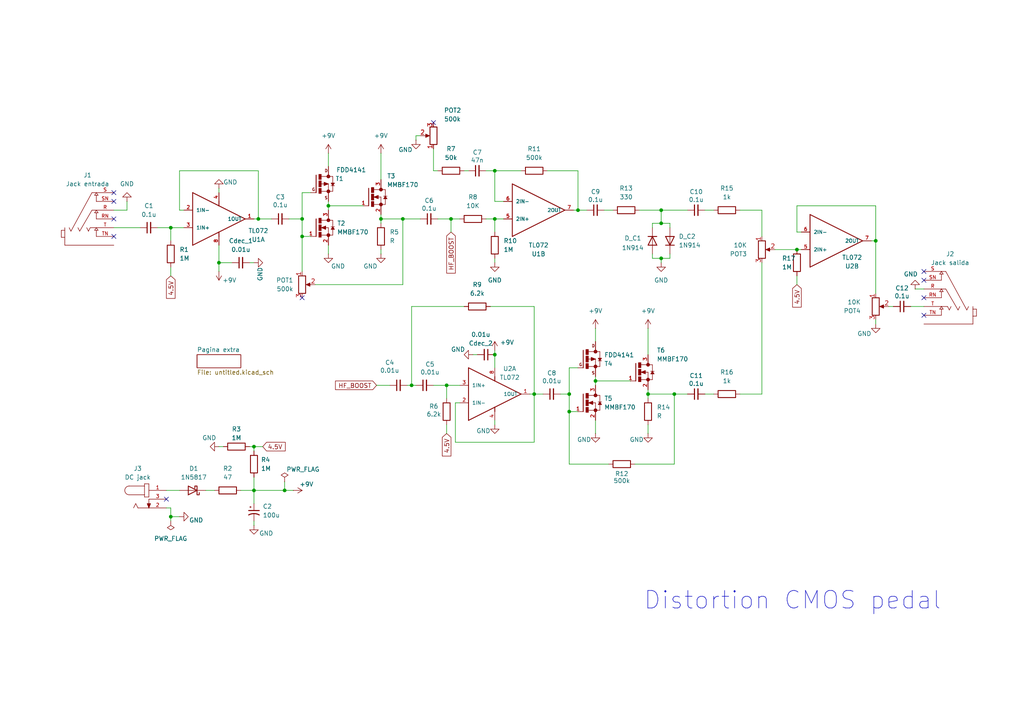
<source format=kicad_sch>
(kicad_sch (version 20231120) (generator "eeschema") (generator_version "8.0")
  (paper "A4")
  (lib_symbols
    (symbol "DCJ200-10-A-XX-K_REVA:DCJ200-10-A-XX-K_REVA" (pin_names (offset 1.016))
      (property "Reference" "J" (at -7.6272 5.0848 0))
      (property "Value" "DCJ200-10-A-XX-K_REVA" (at -7.6313 -5.0875 0))
      (symbol "DCJ200-10-A-XX-K_REVA_0_0"
        (pin passive line (at 5.08 2.54 180) (length 5.08) (name "~") (number "1"))
        (pin passive line (at 5.08 -2.54 180) (length 5.08) (name "~") (number "2"))
        (pin passive line (at 5.08 0 180) (length 5.08) (name "~") (number "3"))
      )
    )
    (symbol "Device:C_Polarized_Small_US" (pin_numbers hide) (pin_names (offset 0.254) hide)
      (property "Reference" "C" (at 0.254 1.778 0))
      (property "Value" "C_Polarized_Small_US" (at 0.254 -2.032 0))
      (symbol "C_Polarized_Small_US_1_1"
        (pin passive line (at 0 2.54 270) (length 2.032) (name "~") (number "1"))
        (pin passive line (at 0 -2.54 90) (length 2.032) (name "~") (number "2"))
      )
    )
    (symbol "Device:C_Small" (pin_numbers hide) (pin_names (offset 0.254) hide)
      (property "Reference" "C" (at 0.254 1.778 0))
      (property "Value" "C_Small" (at 0.254 -2.032 0))
      (symbol "C_Small_1_1"
        (pin passive line (at 0 2.54 270) (length 2.032) (name "~") (number "1"))
        (pin passive line (at 0 -2.54 90) (length 2.032) (name "~") (number "2"))
      )
    )
    (symbol "Device:R" (pin_numbers hide) (pin_names (offset 0))
      (property "Reference" "R" (at 2.032 0 90))
      (property "Value" "R" (at 0 0 90))
      (symbol "R_1_1"
        (pin passive line (at 0 3.81 270) (length 1.27) (name "~") (number "1"))
        (pin passive line (at 0 -3.81 90) (length 1.27) (name "~") (number "2"))
      )
    )
    (symbol "Device:R_Potentiometer" (pin_names (offset 1.016) hide)
      (property "Reference" "RV" (at -4.445 0 90))
      (property "Value" "R_Potentiometer" (at -2.54 0 90))
      (symbol "R_Potentiometer_1_1"
        (pin passive line (at 0 3.81 270) (length 1.27) (name "1") (number "1"))
        (pin passive line (at 3.81 0 180) (length 1.27) (name "2") (number "2"))
        (pin passive line (at 0 -3.81 90) (length 1.27) (name "3") (number "3"))
      )
    )
    (symbol "Diode:1N5817" (pin_numbers hide) (pin_names (offset 1.016) hide)
      (property "Reference" "D" (at 0 2.54 0))
      (property "Value" "1N5817" (at 0 -2.54 0))
      (symbol "1N5817_1_1"
        (pin passive line (at -3.81 0 0) (length 2.54) (name "K") (number "1"))
        (pin passive line (at 3.81 0 180) (length 2.54) (name "A") (number "2"))
      )
    )
    (symbol "Diode:1N914" (pin_numbers hide) (pin_names hide)
      (property "Reference" "D" (at 0 2.54 0))
      (property "Value" "1N914" (at 0 -2.54 0))
      (symbol "1N914_1_1"
        (pin passive line (at -3.81 0 0) (length 2.54) (name "K") (number "1"))
        (pin passive line (at 3.81 0 180) (length 2.54) (name "A") (number "2"))
      )
    )
    (symbol "FDD4141:FDD4141" (pin_numbers hide) (pin_names (offset 1.016))
      (property "Reference" "T" (at 6.35 2.54 0))
      (property "Value" "FDD4141" (at 6.35 0 0))
      (symbol "FDD4141_0_0"
        (text "D" (at 1.397 -4.318 0) (effects (font (size 0.8128 0.8128)) (justify left bottom)))
        (text "G" (at -2.286 1.143 0) (effects (font (size 0.8128 0.8128)) (justify left bottom)))
        (text "S" (at 1.397 3.556 0) (effects (font (size 0.8128 0.8128)) (justify left bottom)))
        (pin passive line (at -2.54 2.54 0) (length 0) (name "~") (number "1"))
        (pin passive line (at 2.54 -5.08 90) (length 2.54) (name "~") (number "2"))
        (pin passive line (at 2.54 5.08 270) (length 2.54) (name "~") (number "3"))
      )
    )
    (symbol "FDD4141_1" (pin_numbers hide) (pin_names (offset 1.016))
      (property "Reference" "T" (at 6.35 2.54 0))
      (property "Value" "FDD4141" (at 6.35 0 0))
      (symbol "FDD4141_1_0_0"
        (text "D" (at 1.397 -4.318 0) (effects (font (size 0.8128 0.8128)) (justify left bottom)))
        (text "G" (at -2.286 1.143 0) (effects (font (size 0.8128 0.8128)) (justify left bottom)))
        (text "S" (at 1.397 3.556 0) (effects (font (size 0.8128 0.8128)) (justify left bottom)))
        (pin passive line (at -2.54 2.54 0) (length 0) (name "~") (number "1"))
        (pin passive line (at 2.54 -5.08 90) (length 2.54) (name "~") (number "2"))
        (pin passive line (at 2.54 5.08 270) (length 2.54) (name "~") (number "3"))
      )
    )
    (symbol "MMBF170:MMBF170" (pin_names (offset 1.016))
      (property "Reference" "T" (at 2.54 0 0))
      (property "Value" "MMBF170" (at 2.54 2.54 0))
      (symbol "MMBF170_0_0"
        (pin passive line (at -5.08 -2.54 0) (length 0) (name "~") (number "1"))
        (pin passive line (at 0 -5.08 90) (length 2.54) (name "~") (number "2"))
        (pin passive line (at 0 5.08 270) (length 2.54) (name "~") (number "3"))
      )
    )
    (symbol "NMJ6HFD2-AU:NMJ6HFD2-AU" (pin_names (offset 1.016))
      (property "Reference" "J" (at -4.8296 9.6559 0))
      (property "Value" "NMJ6HFD2-AU" (at -5.0898 -11.1907 0))
      (symbol "NMJ6HFD2-AU_0_0"
        (pin passive line (at 7.62 2.54 180) (length 5.08) (name "~") (number "R"))
        (pin passive line (at 7.62 0 180) (length 5.08) (name "~") (number "RN"))
        (pin passive line (at 7.62 7.62 180) (length 5.08) (name "~") (number "S"))
        (pin passive line (at 7.62 5.08 180) (length 5.08) (name "~") (number "SN"))
        (pin passive line (at 7.62 -2.54 180) (length 5.08) (name "~") (number "T"))
        (pin passive line (at 7.62 -5.08 180) (length 5.08) (name "~") (number "TN"))
      )
    )
    (symbol "TL072:TL072" (pin_names (offset 1.016))
      (property "Reference" "U" (at 5.0832 6.3566 0))
      (property "Value" "TL072" (at 5.0822 -7.6245 0))
      (symbol "TL072_1_0"
        (pin output line (at 12.7 0 180) (length 2.54) (name "1OUT") (number "1"))
        (pin input line (at -7.62 -2.54 0) (length 2.54) (name "1IN-") (number "2"))
        (pin input line (at -7.62 2.54 0) (length 2.54) (name "1IN+") (number "3"))
        (pin power_in line (at 2.54 -7.62 90) (length 2.54) (name "~") (number "4"))
        (pin power_in line (at 2.54 7.62 270) (length 2.54) (name "~") (number "8"))
      )
      (symbol "TL072_2_0"
        (pin input line (at -7.62 2.54 0) (length 2.54) (name "2IN+") (number "5"))
        (pin input line (at -7.62 -2.54 0) (length 2.54) (name "2IN-") (number "6"))
        (pin output line (at 12.7 0 180) (length 2.54) (name "2OUT") (number "7"))
      )
    )
    (symbol "power:+9V" (power) (pin_numbers hide) (pin_names (offset 0) hide)
      (property "Value" "+9V" (at 0 3.556 0))
      (symbol "+9V_1_1"
        (pin power_in line (at 0 0 90) (length 0) (name "~") (number "1"))
      )
    )
    (symbol "power:GND" (power) (pin_numbers hide) (pin_names (offset 0) hide)
      (property "Value" "GND" (at 0 -3.81 0))
      (symbol "GND_1_1"
        (pin power_in line (at 0 0 270) (length 0) (name "~") (number "1"))
      )
    )
    (symbol "power:PWR_FLAG" (power) (pin_numbers hide) (pin_names (offset 0) hide)
      (property "Value" "PWR_FLAG" (at 0 3.81 0))
      (symbol "PWR_FLAG_0_0"
        (pin power_out line (at 0 0 90) (length 0) (name "~") (number "1"))
      )
    )
  )
  (junction (at 130.81 63.5))
  (junction (at 143.51 49.53))
  (junction (at 110.49 63.5))
  (junction (at 195.58 114.3))
  (junction (at 73.66 142.24))
  (junction (at 143.51 102.87))
  (junction (at 167.64 60.96))
  (junction (at 172.72 110.49))
  (junction (at 74.93 63.5))
  (junction (at 191.77 64.77))
  (junction (at 95.25 59.69))
  (junction (at 187.96 114.3))
  (junction (at 87.63 63.5))
  (junction (at 119.38 111.76))
  (junction (at 49.53 149.86))
  (junction (at 154.94 114.3))
  (junction (at 82.55 142.24))
  (junction (at 73.66 129.54))
  (junction (at 165.1 119.38))
  (junction (at 254 69.85))
  (junction (at 116.84 63.5))
  (junction (at 231.14 72.39))
  (junction (at 165.1 114.3))
  (junction (at 49.53 66.04))
  (junction (at 63.5 76.2))
  (junction (at 87.63 68.58))
  (junction (at 191.77 60.96))
  (junction (at 143.51 63.5))
  (junction (at 191.77 74.93))
  (junction (at 129.54 111.76))
  (no_connect (at 48.26 144.78))
  (no_connect (at 33.02 58.42))
  (no_connect (at 267.97 78.74))
  (no_connect (at 267.97 81.28))
  (no_connect (at 33.02 63.5))
  (no_connect (at 125.73 35.56))
  (no_connect (at 33.02 55.88))
  (no_connect (at 87.63 86.36))
  (no_connect (at 33.02 68.58))
  (no_connect (at 267.97 91.44))
  (no_connect (at 267.97 86.36))
  (wire (pts (xy 130.81 63.5) (xy 133.35 63.5)))
  (wire (pts (xy 127 63.5) (xy 130.81 63.5)))
  (wire (pts (xy 191.77 60.96) (xy 199.39 60.96)))
  (wire (pts (xy 220.98 76.2) (xy 220.98 114.3)))
  (wire (pts (xy 154.94 114.3) (xy 153.67 114.3)))
  (wire (pts (xy 134.62 49.53) (xy 135.89 49.53)))
  (wire (pts (xy 185.42 60.96) (xy 191.77 60.96)))
  (wire (pts (xy 143.51 101.6) (xy 143.51 102.87)))
  (wire (pts (xy 224.79 72.39) (xy 231.14 72.39)))
  (wire (pts (xy 166.37 60.96) (xy 167.64 60.96)))
  (wire (pts (xy 119.38 88.9) (xy 134.62 88.9)))
  (wire (pts (xy 87.63 63.5) (xy 87.63 68.58)))
  (wire (pts (xy 143.51 102.87) (xy 143.51 106.68)))
  (wire (pts (xy 137.16 102.87) (xy 138.43 102.87)))
  (wire (pts (xy 48.26 147.32) (xy 49.53 147.32)))
  (wire (pts (xy 172.72 121.92) (xy 172.72 125.73)))
  (wire (pts (xy 204.47 60.96) (xy 207.01 60.96)))
  (wire (pts (xy 129.54 123.19) (xy 129.54 125.73)))
  (wire (pts (xy 119.38 111.76) (xy 119.38 88.9)))
  (wire (pts (xy 191.77 74.93) (xy 191.77 76.2)))
  (wire (pts (xy 49.53 77.47) (xy 49.53 80.01)))
  (wire (pts (xy 49.53 66.04) (xy 53.34 66.04)))
  (wire (pts (xy 110.49 44.45) (xy 110.49 52.07)))
  (wire (pts (xy 110.49 72.39) (xy 110.49 73.66)))
  (wire (pts (xy 162.56 114.3) (xy 165.1 114.3)))
  (wire (pts (xy 154.94 88.9) (xy 154.94 114.3)))
  (wire (pts (xy 143.51 49.53) (xy 151.13 49.53)))
  (wire (pts (xy 132.08 128.27) (xy 132.08 116.84)))
  (wire (pts (xy 187.96 123.19) (xy 187.96 125.73)))
  (wire (pts (xy 87.63 78.74) (xy 87.63 68.58)))
  (wire (pts (xy 73.66 146.05) (xy 73.66 142.24)))
  (wire (pts (xy 73.66 142.24) (xy 82.55 142.24)))
  (wire (pts (xy 33.02 66.04) (xy 40.64 66.04)))
  (wire (pts (xy 132.08 116.84) (xy 133.35 116.84)))
  (wire (pts (xy 73.66 151.13) (xy 73.66 152.4)))
  (wire (pts (xy 214.63 114.3) (xy 220.98 114.3)))
  (wire (pts (xy 48.26 142.24) (xy 52.07 142.24)))
  (wire (pts (xy 87.63 68.58) (xy 90.17 68.58)))
  (wire (pts (xy 146.05 58.42) (xy 143.51 58.42)))
  (wire (pts (xy 49.53 149.86) (xy 52.07 149.86)))
  (wire (pts (xy 73.66 129.54) (xy 73.66 130.81)))
  (wire (pts (xy 143.51 63.5) (xy 143.51 67.31)))
  (wire (pts (xy 87.63 55.88) (xy 87.63 63.5)))
  (wire (pts (xy 195.58 114.3) (xy 199.39 114.3)))
  (wire (pts (xy 73.66 138.43) (xy 73.66 142.24)))
  (wire (pts (xy 95.25 59.69) (xy 95.25 60.96)))
  (wire (pts (xy 143.51 74.93) (xy 143.51 76.2)))
  (wire (pts (xy 142.24 88.9) (xy 154.94 88.9)))
  (wire (pts (xy 167.64 60.96) (xy 170.18 60.96)))
  (wire (pts (xy 195.58 134.62) (xy 184.15 134.62)))
  (wire (pts (xy 154.94 114.3) (xy 157.48 114.3)))
  (wire (pts (xy 83.82 63.5) (xy 87.63 63.5)))
  (wire (pts (xy 143.51 121.92) (xy 143.51 123.19)))
  (wire (pts (xy 110.49 63.5) (xy 110.49 64.77)))
  (wire (pts (xy 63.5 76.2) (xy 63.5 78.74)))
  (wire (pts (xy 52.07 49.53) (xy 52.07 60.96)))
  (wire (pts (xy 125.73 111.76) (xy 129.54 111.76)))
  (wire (pts (xy 257.81 88.9) (xy 259.08 88.9)))
  (wire (pts (xy 187.96 114.3) (xy 187.96 115.57)))
  (wire (pts (xy 74.93 49.53) (xy 74.93 63.5)))
  (wire (pts (xy 172.72 109.22) (xy 172.72 110.49)))
  (wire (pts (xy 67.31 76.2) (xy 63.5 76.2)))
  (wire (pts (xy 165.1 106.68) (xy 165.1 114.3)))
  (wire (pts (xy 49.53 66.04) (xy 49.53 69.85)))
  (wire (pts (xy 95.25 44.45) (xy 95.25 48.26)))
  (wire (pts (xy 231.14 59.69) (xy 254 59.69)))
  (wire (pts (xy 187.96 113.03) (xy 187.96 114.3)))
  (wire (pts (xy 69.85 142.24) (xy 73.66 142.24)))
  (wire (pts (xy 264.16 88.9) (xy 267.97 88.9)))
  (wire (pts (xy 82.55 139.7) (xy 82.55 142.24)))
  (wire (pts (xy 220.98 60.96) (xy 220.98 68.58)))
  (wire (pts (xy 191.77 60.96) (xy 191.77 64.77)))
  (wire (pts (xy 189.23 73.66) (xy 189.23 74.93)))
  (wire (pts (xy 36.83 58.42) (xy 36.83 60.96)))
  (wire (pts (xy 167.64 106.68) (xy 165.1 106.68)))
  (wire (pts (xy 119.38 111.76) (xy 120.65 111.76)))
  (wire (pts (xy 110.49 63.5) (xy 116.84 63.5)))
  (wire (pts (xy 73.66 129.54) (xy 76.2 129.54)))
  (wire (pts (xy 254 59.69) (xy 254 69.85)))
  (wire (pts (xy 140.97 49.53) (xy 143.51 49.53)))
  (wire (pts (xy 194.31 73.66) (xy 194.31 74.93)))
  (wire (pts (xy 95.25 59.69) (xy 105.41 59.69)))
  (wire (pts (xy 120.65 39.37) (xy 120.65 40.64)))
  (wire (pts (xy 158.75 49.53) (xy 167.64 49.53)))
  (wire (pts (xy 140.97 63.5) (xy 143.51 63.5)))
  (wire (pts (xy 73.66 63.5) (xy 74.93 63.5)))
  (wire (pts (xy 187.96 114.3) (xy 195.58 114.3)))
  (wire (pts (xy 125.73 49.53) (xy 127 49.53)))
  (wire (pts (xy 254 92.71) (xy 254 93.98)))
  (wire (pts (xy 49.53 151.13) (xy 49.53 149.86)))
  (wire (pts (xy 189.23 74.93) (xy 191.77 74.93)))
  (wire (pts (xy 176.53 134.62) (xy 165.1 134.62)))
  (wire (pts (xy 172.72 110.49) (xy 172.72 111.76)))
  (wire (pts (xy 165.1 114.3) (xy 165.1 119.38)))
  (wire (pts (xy 232.41 67.31) (xy 231.14 67.31)))
  (wire (pts (xy 165.1 119.38) (xy 167.64 119.38)))
  (wire (pts (xy 130.81 63.5) (xy 130.81 67.31)))
  (wire (pts (xy 254 69.85) (xy 252.73 69.85)))
  (wire (pts (xy 63.5 71.12) (xy 63.5 76.2)))
  (wire (pts (xy 72.39 129.54) (xy 73.66 129.54)))
  (wire (pts (xy 33.02 60.96) (xy 36.83 60.96)))
  (wire (pts (xy 95.25 58.42) (xy 95.25 59.69)))
  (wire (pts (xy 63.5 129.54) (xy 64.77 129.54)))
  (wire (pts (xy 118.11 111.76) (xy 119.38 111.76)))
  (wire (pts (xy 82.55 142.24) (xy 85.09 142.24)))
  (wire (pts (xy 45.72 66.04) (xy 49.53 66.04)))
  (wire (pts (xy 231.14 72.39) (xy 232.41 72.39)))
  (wire (pts (xy 132.08 128.27) (xy 154.94 128.27)))
  (wire (pts (xy 129.54 111.76) (xy 129.54 115.57)))
  (wire (pts (xy 191.77 64.77) (xy 194.31 64.77)))
  (wire (pts (xy 116.84 63.5) (xy 121.92 63.5)))
  (wire (pts (xy 129.54 111.76) (xy 133.35 111.76)))
  (wire (pts (xy 63.5 54.61) (xy 63.5 55.88)))
  (wire (pts (xy 231.14 67.31) (xy 231.14 59.69)))
  (wire (pts (xy 165.1 134.62) (xy 165.1 119.38)))
  (wire (pts (xy 265.43 83.82) (xy 267.97 83.82)))
  (wire (pts (xy 91.44 82.55) (xy 116.84 82.55)))
  (wire (pts (xy 59.69 142.24) (xy 62.23 142.24)))
  (wire (pts (xy 231.14 80.01) (xy 231.14 82.55)))
  (wire (pts (xy 204.47 114.3) (xy 207.01 114.3)))
  (wire (pts (xy 95.25 71.12) (xy 95.25 73.66)))
  (wire (pts (xy 87.63 55.88) (xy 90.17 55.88)))
  (wire (pts (xy 120.65 39.37) (xy 121.92 39.37)))
  (wire (pts (xy 116.84 63.5) (xy 116.84 82.55)))
  (wire (pts (xy 52.07 49.53) (xy 74.93 49.53)))
  (wire (pts (xy 110.49 62.23) (xy 110.49 63.5)))
  (wire (pts (xy 187.96 95.25) (xy 187.96 102.87)))
  (wire (pts (xy 167.64 49.53) (xy 167.64 60.96)))
  (wire (pts (xy 143.51 58.42) (xy 143.51 49.53)))
  (wire (pts (xy 73.66 76.2) (xy 72.39 76.2)))
  (wire (pts (xy 154.94 128.27) (xy 154.94 114.3)))
  (wire (pts (xy 175.26 60.96) (xy 177.8 60.96)))
  (wire (pts (xy 143.51 63.5) (xy 146.05 63.5)))
  (wire (pts (xy 189.23 64.77) (xy 191.77 64.77)))
  (wire (pts (xy 254 69.85) (xy 254 85.09)))
  (wire (pts (xy 125.73 49.53) (xy 125.73 43.18)))
  (wire (pts (xy 109.22 111.76) (xy 113.03 111.76)))
  (wire (pts (xy 52.07 60.96) (xy 53.34 60.96)))
  (wire (pts (xy 172.72 95.25) (xy 172.72 99.06)))
  (wire (pts (xy 172.72 110.49) (xy 182.88 110.49)))
  (wire (pts (xy 195.58 114.3) (xy 195.58 134.62)))
  (wire (pts (xy 191.77 74.93) (xy 194.31 74.93)))
  (wire (pts (xy 74.93 63.5) (xy 78.74 63.5)))
  (wire (pts (xy 214.63 60.96) (xy 220.98 60.96)))
  (wire (pts (xy 194.31 64.77) (xy 194.31 66.04)))
  (wire (pts (xy 49.53 149.86) (xy 49.53 147.32)))
  (wire (pts (xy 189.23 66.04) (xy 189.23 64.77)))
  (text "Distortion CMOS pedal" (at 229.87 174.244 0) (effects (font (size 5.08 5.08))))
  (global_label "4.5V" (shape input) (at 76.2 129.54 0) (property "Intersheetrefs" "${INTERSHEET_REFS}" (effects (hide yes))))
  (global_label "HF_BOOST" (shape input) (at 109.22 111.76 180) (property "Intersheetrefs" "${INTERSHEET_REFS}" (effects (hide yes))))
  (global_label "4.5V" (shape input) (at 231.14 82.55 270) (property "Intersheetrefs" "${INTERSHEET_REFS}" (effects (hide yes))))
  (global_label "HF_BOOST" (shape input) (at 130.81 67.31 270) (property "Intersheetrefs" "${INTERSHEET_REFS}" (effects (hide yes))))
  (global_label "4.5V" (shape input) (at 49.53 80.01 270) (property "Intersheetrefs" "${INTERSHEET_REFS}" (effects (hide yes))))
  (global_label "4.5V" (shape input) (at 129.54 125.73 270) (property "Intersheetrefs" "${INTERSHEET_REFS}" (effects (hide yes))))
  (symbol (lib_id "power:GND") (at 265.43 83.82 180) (unit 1)
    (property "Reference" "#PWR022" (effects (hide yes)))
    (property "Value" "GND" (at 264.16 79.502 0))
    (property "Description" "Power symbol creates a global label with name \"GND\" , ground" (effects (hide yes)))
  )
  (symbol (lib_id "TL072:TL072") (at 140.97 114.3 0) (unit 1)
    (property "Reference" "U2" (at 147.828 106.934 0))
    (property "Value" "TL072" (at 147.828 109.474 0))
    (property "Footprint" "TL072:TL072footprint" (effects (hide yes)))
    (property "MF" "Texas Instruments" (effects (hide yes)))
    (property "Description_1" "\nOperational Amplifiers - Op Amps Dual Lo-Noise JFET Input Op Amp\n" (effects (hide yes)))
    (property "Package" "None" (effects (hide yes)))
    (property "Price" "None" (effects (hide yes)))
    (property "STANDARD" "IPC-7351B" (effects (hide yes)))
    (property "PARTREV" "MARCH2005" (effects (hide yes)))
    (property "SnapEDA_Link" "https://www.snapeda.com/parts/TL072/Texas+Instruments/view-part/?ref=snap" (effects (hide yes)))
    (property "MP" "TL072" (effects (hide yes)))
    (property "Availability" "In Stock" (effects (hide yes)))
    (property "Check_prices" "https://www.snapeda.com/parts/TL072/Texas+Instruments/view-part/?ref=eda" (effects (hide yes)))
  )
  (symbol (lib_id "FDD4141:FDD4141") (at 170.18 104.14 0) (mirror x) (unit 1)
    (property "Reference" "T4" (at 175.26 105.4929 0) (effects (justify left)))
    (property "Value" "FDD4141" (at 175.26 102.9529 0) (effects (justify left)))
    (property "Footprint" "FDD4141:TO252-DPAK" (effects (hide yes)))
    (property "STATUS" "OK - LapseBox" (effects (hide yes)))
    (property "MF" "ON Semiconductor" (effects (hide yes)))
    (property "Description_1" "\nP-Channel 40V 10.8A (Ta), 50A (Tc) 2.4W (Ta), 69W (Tc) Surface Mount D-PAK (TO-252AA)\n" (effects (hide yes)))
    (property "Package" "TO-252-3 ON Semiconductor" (effects (hide yes)))
    (property "Price" "None" (effects (hide yes)))
    (property "SnapEDA_Link" "https://www.snapeda.com/parts/FDD4141/Onsemi/view-part/?ref=snap" (effects (hide yes)))
    (property "MP" "FDD4141" (effects (hide yes)))
    (property "Purchase-URL" "https://www.snapeda.com/api/url_track_click_mouser/?unipart_id=308664&manufacturer=ON Semiconductor&part_name=FDD4141&search_term=fdd4141" (effects (hide yes)))
    (property "ERECA" "3059" (effects (hide yes)))
    (property "Availability" "In Stock" (effects (hide yes)))
    (property "Check_prices" "https://www.snapeda.com/parts/FDD4141/Onsemi/view-part/?ref=eda" (effects (hide yes)))
  )
  (symbol (lib_id "power:GND") (at 187.96 125.73 0) (unit 1)
    (property "Reference" "#PWR019" (effects (hide yes)))
    (property "Value" "GND" (at 184.658 127.508 0))
    (property "Description" "Power symbol creates a global label with name \"GND\" , ground" (effects (hide yes)))
  )
  (symbol (lib_id "power:GND") (at 73.66 76.2 90) (unit 1)
    (property "Reference" "#PWR023" (effects (hide yes)))
    (property "Value" "GND" (at 75.438 79.502 0))
    (property "Description" "Power symbol creates a global label with name \"GND\" , ground" (effects (hide yes)))
  )
  (symbol (lib_id "power:+9V") (at 172.72 95.25 0) (unit 1)
    (property "Reference" "#PWR016" (effects (hide yes)))
    (property "Value" "+9V" (at 172.72 90.17 0))
    (property "Description" "Power symbol creates a global label with name \"+9V\"" (effects (hide yes)))
  )
  (symbol (lib_id "Device:C_Small") (at 172.72 60.96 90) (unit 1)
    (property "Reference" "C9" (at 172.7263 55.626 90))
    (property "Value" "0.1u" (at 172.72 57.912 90))
    (property "Footprint" "Capacitor_SMD:C_1812_4532Metric_Pad1.57x3.40mm_HandSolder" (effects (hide yes)))
    (property "Description" "Unpolarized capacitor, small symbol" (effects (hide yes)))
  )
  (symbol (lib_id "Device:R") (at 154.94 49.53 90) (unit 1)
    (property "Reference" "R11" (at 154.94 43.18 90))
    (property "Value" "500k" (at 154.94 45.72 90))
    (property "Footprint" "Resistor_SMD:R_2010_5025Metric_Pad1.40x2.65mm_HandSolder" (effects (hide yes)))
    (property "Description" "Resistor" (effects (hide yes)))
  )
  (symbol (lib_id "power:PWR_FLAG") (at 82.55 139.7 0) (unit 1)
    (property "Reference" "#FLG02" (effects (hide yes)))
    (property "Value" "PWR_FLAG" (at 87.884 136.144 0))
    (property "Description" "Special symbol for telling ERC where power comes from" (effects (hide yes)))
  )
  (symbol (lib_id "Device:R") (at 138.43 88.9 270) (unit 1)
    (property "Reference" "R9" (at 138.43 82.55 90))
    (property "Value" "6.2k" (at 138.43 85.09 90))
    (property "Footprint" "Resistor_SMD:R_2010_5025Metric_Pad1.40x2.65mm_HandSolder" (effects (hide yes)))
    (property "Description" "Resistor" (effects (hide yes)))
  )
  (symbol (lib_id "power:GND") (at 254 93.98 0) (unit 1)
    (property "Reference" "#PWR021" (effects (hide yes)))
    (property "Value" "GND" (at 250.698 96.774 0))
    (property "Description" "Power symbol creates a global label with name \"GND\" , ground" (effects (hide yes)))
  )
  (symbol (lib_id "Device:C_Small") (at 201.93 60.96 90) (unit 1)
    (property "Reference" "C10" (at 201.9363 55.626 90))
    (property "Value" "0.1u" (at 201.93 57.912 90))
    (property "Footprint" "Capacitor_SMD:C_1812_4532Metric_Pad1.57x3.40mm_HandSolder" (effects (hide yes)))
    (property "Description" "Unpolarized capacitor, small symbol" (effects (hide yes)))
  )
  (symbol (lib_id "Device:R") (at 130.81 49.53 90) (unit 1)
    (property "Reference" "R7" (at 130.81 43.18 90))
    (property "Value" "50k" (at 130.81 45.72 90))
    (property "Footprint" "Resistor_SMD:R_2010_5025Metric_Pad1.40x2.65mm_HandSolder" (effects (hide yes)))
    (property "Description" "Resistor" (effects (hide yes)))
  )
  (symbol (lib_id "Device:R") (at 68.58 129.54 270) (unit 1)
    (property "Reference" "R3" (at 68.58 124.46 90))
    (property "Value" "1M" (at 68.58 127 90))
    (property "Footprint" "Resistor_SMD:R_2010_5025Metric_Pad1.40x2.65mm_HandSolder" (effects (hide yes)))
    (property "Description" "Resistor" (effects (hide yes)))
  )
  (symbol (lib_id "Device:C_Small") (at 140.97 102.87 270) (unit 1)
    (property "Reference" "Cdec_2" (at 139.446 99.568 90))
    (property "Value" "0.01u" (at 139.446 97.028 90))
    (property "Footprint" "Capacitor_SMD:C_1812_4532Metric_Pad1.57x3.40mm_HandSolder" (effects (hide yes)))
    (property "Description" "Unpolarized capacitor, small symbol" (effects (hide yes)))
  )
  (symbol (lib_id "power:+9V") (at 85.09 142.24 270) (unit 1)
    (property "Reference" "#PWR07" (effects (hide yes)))
    (property "Value" "+9V" (at 88.9 140.462 90))
    (property "Description" "Power symbol creates a global label with name \"+9V\"" (effects (hide yes)))
  )
  (symbol (lib_id "Device:C_Small") (at 115.57 111.76 90) (unit 1)
    (property "Reference" "C4" (at 113.03 105.156 90))
    (property "Value" "0.01u" (at 113.0237 107.442 90))
    (property "Footprint" "Capacitor_SMD:C_1812_4532Metric_Pad1.57x3.40mm_HandSolder" (effects (hide yes)))
    (property "Description" "Unpolarized capacitor, small symbol" (effects (hide yes)))
  )
  (symbol (lib_id "power:PWR_FLAG") (at 49.53 151.13 180) (unit 1)
    (property "Reference" "#FLG01" (effects (hide yes)))
    (property "Value" "PWR_FLAG" (at 49.53 156.21 0))
    (property "Description" "Special symbol for telling ERC where power comes from" (effects (hide yes)))
  )
  (symbol (lib_id "Diode:1N914") (at 189.23 69.85 270) (unit 1)
    (property "Reference" "D_C1" (at 181.102 69.088 90) (effects (justify left)))
    (property "Value" "1N914" (at 180.34 71.882 90) (effects (justify left)))
    (property "Footprint" "Diode_THT:D_DO-35_SOD27_P7.62mm_Horizontal" (effects (hide yes)))
    (property "Datasheet" "http://www.vishay.com/docs/85622/1n914.pdf" (effects (hide yes)))
    (property "Description" "100V 0.3A Small Signal Fast Switching Diode, DO-35" (effects (hide yes)))
    (property "Sim.Device" "D" (effects (hide yes)))
    (property "Sim.Pins" "1=K 2=A" (effects (hide yes)))
  )
  (symbol (lib_id "Device:R") (at 49.53 73.66 180) (unit 1)
    (property "Reference" "R1" (at 52.07 72.3899 0) (effects (justify right)))
    (property "Value" "1M" (at 52.07 74.9299 0) (effects (justify right)))
    (property "Footprint" "Resistor_SMD:R_2010_5025Metric_Pad1.40x2.65mm_HandSolder" (effects (hide yes)))
    (property "Description" "Resistor" (effects (hide yes)))
  )
  (symbol (lib_id "power:GND") (at 36.83 58.42 180) (unit 1)
    (property "Reference" "#PWR02" (effects (hide yes)))
    (property "Value" "GND" (at 36.83 53.34 0))
    (property "Description" "Power symbol creates a global label with name \"GND\" , ground" (effects (hide yes)))
  )
  (symbol (lib_id "power:+9V") (at 63.5 78.74 180) (unit 1)
    (property "Reference" "#PWR06" (effects (hide yes)))
    (property "Value" "+9V" (at 66.548 81.28 0))
    (property "Description" "Power symbol creates a global label with name \"+9V\"" (effects (hide yes)))
  )
  (symbol (lib_id "NMJ6HFD2-AU:NMJ6HFD2-AU") (at 25.4 63.5 0) (unit 1)
    (property "Reference" "J1" (at 25.4 50.8 0))
    (property "Value" "Jack entrada" (at 25.4 53.34 0))
    (property "Footprint" "TRS_JACK_6.3mm:NEUTRIK_NMJ6HFD2-AU" (effects (hide yes)))
    (property "MF" "Neutrik" (effects (hide yes)))
    (property "MAXIMUM_PACKAGE_HEIGHT" "15.84mm" (effects (hide yes)))
    (property "Package" "None" (effects (hide yes)))
    (property "Price" "None" (effects (hide yes)))
    (property "Check_prices" "https://www.snapeda.com/parts/NMJ6HFD2-AU/Neutrik/view-part/?ref=eda" (effects (hide yes)))
    (property "STANDARD" "Manufacturer Recommendations" (effects (hide yes)))
    (property "PARTREV" "26.02.2021" (effects (hide yes)))
    (property "SnapEDA_Link" "https://www.snapeda.com/parts/NMJ6HFD2-AU/Neutrik/view-part/?ref=snap" (effects (hide yes)))
    (property "MP" "NMJ6HFD2-AU" (effects (hide yes)))
    (property "Purchase-URL" "https://www.snapeda.com/api/url_track_click_mouser/?unipart_id=1320361&manufacturer=Neutrik&part_name=NMJ6HFD2-AU&search_term=None" (effects (hide yes)))
    (property "Description_1" "\n1/4 stereo jack, switched, full threaded nose, straight PCB pins, gold plated contacts, mounting nut included\n" (effects (hide yes)))
    (property "Availability" "In Stock" (effects (hide yes)))
    (property "MANUFACTURER" "Neutrik" (effects (hide yes)))
  )
  (symbol (lib_id "Device:R_Potentiometer") (at 254 88.9 0) (unit 1)
    (property "Reference" "POT4" (at 249.682 90.17 0) (effects (justify right)))
    (property "Value" "10K" (at 249.682 87.63 0) (effects (justify right)))
    (property "Footprint" "9mm APLHA:POT_RD901F-40-15R1-B100K-00DL1" (effects (hide yes)))
    (property "Description" "Potentiometer" (effects (hide yes)))
  )
  (symbol (lib_id "Device:C_Small") (at 81.28 63.5 90) (unit 1)
    (property "Reference" "C3" (at 81.2863 57.15 90))
    (property "Value" "0.1u" (at 81.28 59.436 90))
    (property "Footprint" "Capacitor_SMD:C_1812_4532Metric_Pad1.57x3.40mm_HandSolder" (effects (hide yes)))
    (property "Description" "Unpolarized capacitor, small symbol" (effects (hide yes)))
  )
  (symbol (lib_id "Device:C_Polarized_Small_US") (at 73.66 148.59 0) (unit 1)
    (property "Reference" "C2" (at 76.2 146.8881 0) (effects (justify left)))
    (property "Value" "100u" (at 76.2 149.4281 0) (effects (justify left)))
    (property "Footprint" "Capacitor_SMD:CP_Elec_6.3x5.4" (effects (hide yes)))
    (property "Description" "Polarized capacitor, small US symbol" (effects (hide yes)))
  )
  (symbol (lib_id "Device:R") (at 210.82 60.96 90) (unit 1)
    (property "Reference" "R15" (at 210.82 54.61 90))
    (property "Value" "1k" (at 210.82 57.15 90))
    (property "Footprint" "Resistor_SMD:R_2010_5025Metric_Pad1.40x2.65mm_HandSolder" (effects (hide yes)))
    (property "Description" "Resistor" (effects (hide yes)))
  )
  (symbol (lib_id "power:GND") (at 143.51 76.2 0) (unit 1)
    (property "Reference" "#PWR013" (effects (hide yes)))
    (property "Value" "GND" (at 143.51 81.28 0))
    (property "Description" "Power symbol creates a global label with name \"GND\" , ground" (effects (hide yes)))
  )
  (symbol (lib_id "power:GND") (at 110.49 73.66 0) (unit 1)
    (property "Reference" "#PWR011" (effects (hide yes)))
    (property "Value" "GND" (at 107.442 77.216 0))
    (property "Description" "Power symbol creates a global label with name \"GND\" , ground" (effects (hide yes)))
  )
  (symbol (lib_id "TL072:TL072") (at 60.96 63.5 0) (mirror x) (unit 1)
    (property "Reference" "U1" (at 74.93 69.4692 0))
    (property "Value" "TL072" (at 74.93 66.9292 0))
    (property "Footprint" "TL072:TL072footprint" (effects (hide yes)))
    (property "MF" "Texas Instruments" (effects (hide yes)))
    (property "Description_1" "\nOperational Amplifiers - Op Amps Dual Lo-Noise JFET Input Op Amp\n" (effects (hide yes)))
    (property "Package" "None" (effects (hide yes)))
    (property "Price" "None" (effects (hide yes)))
    (property "STANDARD" "IPC-7351B" (effects (hide yes)))
    (property "PARTREV" "MARCH2005" (effects (hide yes)))
    (property "SnapEDA_Link" "https://www.snapeda.com/parts/TL072/Texas+Instruments/view-part/?ref=snap" (effects (hide yes)))
    (property "MP" "TL072" (effects (hide yes)))
    (property "Availability" "In Stock" (effects (hide yes)))
    (property "Check_prices" "https://www.snapeda.com/parts/TL072/Texas+Instruments/view-part/?ref=eda" (effects (hide yes)))
  )
  (symbol (lib_id "Device:C_Small") (at 261.62 88.9 90) (unit 1)
    (property "Reference" "C12" (at 261.6263 83.566 90))
    (property "Value" "0.1u" (at 261.62 85.852 90))
    (property "Footprint" "Capacitor_SMD:C_1812_4532Metric_Pad1.57x3.40mm_HandSolder" (effects (hide yes)))
    (property "Description" "Unpolarized capacitor, small symbol" (effects (hide yes)))
  )
  (symbol (lib_id "power:+9V") (at 187.96 95.25 0) (unit 1)
    (property "Reference" "#PWR018" (effects (hide yes)))
    (property "Value" "+9V" (at 187.96 90.17 0))
    (property "Description" "Power symbol creates a global label with name \"+9V\"" (effects (hide yes)))
  )
  (symbol (lib_id "Device:R") (at 231.14 76.2 180) (unit 1)
    (property "Reference" "R17" (at 226.822 74.93 0) (effects (justify right)))
    (property "Value" "1M" (at 226.822 77.47 0) (effects (justify right)))
    (property "Footprint" "Resistor_SMD:R_2010_5025Metric_Pad1.40x2.65mm_HandSolder" (effects (hide yes)))
    (property "Description" "Resistor" (effects (hide yes)))
  )
  (symbol (lib_id "Device:C_Small") (at 123.19 111.76 90) (unit 1)
    (property "Reference" "C5" (at 124.714 105.664 90))
    (property "Value" "0.01u" (at 124.7077 107.95 90))
    (property "Footprint" "Capacitor_SMD:C_1812_4532Metric_Pad1.57x3.40mm_HandSolder" (effects (hide yes)))
    (property "Description" "Unpolarized capacitor, small symbol" (effects (hide yes)))
  )
  (symbol (lib_id "Device:R") (at 129.54 119.38 180) (unit 1)
    (property "Reference" "R6" (at 124.46 117.856 0) (effects (justify right)))
    (property "Value" "6.2k" (at 123.698 120.142 0) (effects (justify right)))
    (property "Footprint" "Resistor_SMD:R_2010_5025Metric_Pad1.40x2.65mm_HandSolder" (effects (hide yes)))
    (property "Description" "Resistor" (effects (hide yes)))
  )
  (symbol (lib_id "TL072:TL072") (at 240.03 69.85 0) (mirror x) (unit 2)
    (property "Reference" "U2" (at 247.142 77.216 0))
    (property "Value" "TL072" (at 247.142 74.676 0))
    (property "Footprint" "TL072:TL072footprint" (effects (hide yes)))
    (property "MF" "Texas Instruments" (effects (hide yes)))
    (property "Description_1" "\nOperational Amplifiers - Op Amps Dual Lo-Noise JFET Input Op Amp\n" (effects (hide yes)))
    (property "Package" "None" (effects (hide yes)))
    (property "Price" "None" (effects (hide yes)))
    (property "STANDARD" "IPC-7351B" (effects (hide yes)))
    (property "PARTREV" "MARCH2005" (effects (hide yes)))
    (property "SnapEDA_Link" "https://www.snapeda.com/parts/TL072/Texas+Instruments/view-part/?ref=snap" (effects (hide yes)))
    (property "MP" "TL072" (effects (hide yes)))
    (property "Availability" "In Stock" (effects (hide yes)))
    (property "Check_prices" "https://www.snapeda.com/parts/TL072/Texas+Instruments/view-part/?ref=eda" (effects (hide yes)))
  )
  (symbol (lib_id "power:GND") (at 52.07 149.86 90) (unit 1)
    (property "Reference" "#PWR01" (effects (hide yes)))
    (property "Value" "GND" (at 56.896 150.876 90))
    (property "Description" "Power symbol creates a global label with name \"GND\" , ground" (effects (hide yes)))
  )
  (symbol (lib_id "power:GND") (at 120.65 40.64 0) (unit 1)
    (property "Reference" "#PWR012" (effects (hide yes)))
    (property "Value" "GND" (at 117.602 43.434 0))
    (property "Description" "Power symbol creates a global label with name \"GND\" , ground" (effects (hide yes)))
  )
  (symbol (lib_id "power:GND") (at 172.72 125.73 0) (unit 1)
    (property "Reference" "#PWR017" (effects (hide yes)))
    (property "Value" "GND" (at 169.418 127.508 0))
    (property "Description" "Power symbol creates a global label with name \"GND\" , ground" (effects (hide yes)))
  )
  (symbol (lib_id "Device:R") (at 143.51 71.12 180) (unit 1)
    (property "Reference" "R10" (at 146.05 69.8499 0) (effects (justify right)))
    (property "Value" "1M" (at 146.05 72.3899 0) (effects (justify right)))
    (property "Footprint" "Resistor_SMD:R_2010_5025Metric_Pad1.40x2.65mm_HandSolder" (effects (hide yes)))
    (property "Description" "Resistor" (effects (hide yes)))
  )
  (symbol (lib_id "Device:R") (at 137.16 63.5 90) (unit 1)
    (property "Reference" "R8" (at 137.16 57.15 90))
    (property "Value" "10K" (at 137.16 59.69 90))
    (property "Footprint" "Resistor_SMD:R_2010_5025Metric_Pad1.40x2.65mm_HandSolder" (effects (hide yes)))
    (property "Description" "Resistor" (effects (hide yes)))
  )
  (symbol (lib_id "Device:C_Small") (at 160.02 114.3 90) (unit 1)
    (property "Reference" "C8" (at 160.0263 108.204 90))
    (property "Value" "0.01u" (at 160.02 110.49 90))
    (property "Footprint" "Capacitor_SMD:C_1812_4532Metric_Pad1.57x3.40mm_HandSolder" (effects (hide yes)))
    (property "Description" "Unpolarized capacitor, small symbol" (effects (hide yes)))
  )
  (symbol (lib_id "Diode:1N5817") (at 55.88 142.24 180) (unit 1)
    (property "Reference" "D1" (at 56.1975 135.89 0))
    (property "Value" "1N5817" (at 56.1975 138.43 0))
    (property "Footprint" "Diode_THT:D_DO-41_SOD81_P10.16mm_Horizontal" (effects (hide yes)))
    (property "Datasheet" "http://www.vishay.com/docs/88525/1n5817.pdf" (effects (hide yes)))
    (property "Description" "20V 1A Schottky Barrier Rectifier Diode, DO-41" (effects (hide yes)))
  )
  (symbol (lib_id "Device:R") (at 180.34 134.62 90) (unit 1)
    (property "Reference" "R12" (at 180.34 137.414 90))
    (property "Value" "500k" (at 180.34 139.446 90))
    (property "Footprint" "Resistor_SMD:R_2010_5025Metric_Pad1.40x2.65mm_HandSolder" (effects (hide yes)))
    (property "Description" "Resistor" (effects (hide yes)))
  )
  (symbol (lib_id "power:GND") (at 143.51 123.19 0) (unit 1)
    (property "Reference" "#PWR015" (effects (hide yes)))
    (property "Value" "GND" (at 140.208 124.968 0))
    (property "Description" "Power symbol creates a global label with name \"GND\" , ground" (effects (hide yes)))
  )
  (symbol (lib_id "MMBF170:MMBF170") (at 95.25 66.04 0) (unit 1)
    (property "Reference" "T2" (at 97.79 64.7699 0) (effects (justify left)))
    (property "Value" "MMBF170" (at 97.79 67.3099 0) (effects (justify left)))
    (property "Footprint" "MMBF170:SOT23" (effects (hide yes)))
    (property "MF" "ON Semiconductor" (effects (hide yes)))
    (property "Description_1" "\nMOSFET; Transistor Type:MOSFET; Transistor Polarity:N Channel; Drain Source Voltage, Vds:60V; Continuous Drain Current, Id:0.5A; On Resistance, Rds(on):5ohm; Rds(on) Test Voltage, Vgs:10V; Package/Case:SOT-323 ;RoHS Compliant: Yes\n" (effects (hide yes)))
    (property "Package" "SOT-23-3 ON Semiconductor" (effects (hide yes)))
    (property "Price" "None" (effects (hide yes)))
    (property "SnapEDA_Link" "https://www.snapeda.com/parts/MMBF170/Onsemi/view-part/?ref=snap" (effects (hide yes)))
    (property "MP" "MMBF170" (effects (hide yes)))
    (property "Availability" "In Stock" (effects (hide yes)))
    (property "Check_prices" "https://www.snapeda.com/parts/MMBF170/Onsemi/view-part/?ref=eda" (effects (hide yes)))
  )
  (symbol (lib_id "Device:R_Potentiometer") (at 125.73 39.37 180) (unit 1)
    (property "Reference" "POT2" (at 128.778 32.004 0) (effects (justify right)))
    (property "Value" "500k" (at 128.778 34.544 0) (effects (justify right)))
    (property "Footprint" "9mm APLHA:POT_RD901F-40-15R1-B100K-00DL1" (effects (hide yes)))
    (property "Description" "Potentiometer" (effects (hide yes)))
  )
  (symbol (lib_id "Device:C_Small") (at 201.93 114.3 90) (unit 1)
    (property "Reference" "C11" (at 201.9363 108.966 90))
    (property "Value" "0.1u" (at 201.93 111.252 90))
    (property "Footprint" "Capacitor_SMD:C_1812_4532Metric_Pad1.57x3.40mm_HandSolder" (effects (hide yes)))
    (property "Description" "Unpolarized capacitor, small symbol" (effects (hide yes)))
  )
  (symbol (lib_id "Device:R") (at 187.96 119.38 0) (unit 1)
    (property "Reference" "R14" (at 190.5 118.1099 0) (effects (justify left)))
    (property "Value" "R" (at 190.5 120.6499 0) (effects (justify left)))
    (property "Footprint" "Resistor_SMD:R_2010_5025Metric_Pad1.40x2.65mm_HandSolder" (effects (hide yes)))
    (property "Description" "Resistor" (effects (hide yes)))
  )
  (symbol (lib_id "MMBF170:MMBF170") (at 187.96 107.95 0) (unit 1)
    (property "Reference" "T6" (at 190.5 101.6 0) (effects (justify left)))
    (property "Value" "MMBF170" (at 190.5 104.14 0) (effects (justify left)))
    (property "Footprint" "MMBF170:SOT23" (effects (hide yes)))
    (property "MF" "ON Semiconductor" (effects (hide yes)))
    (property "Description_1" "\nMOSFET; Transistor Type:MOSFET; Transistor Polarity:N Channel; Drain Source Voltage, Vds:60V; Continuous Drain Current, Id:0.5A; On Resistance, Rds(on):5ohm; Rds(on) Test Voltage, Vgs:10V; Package/Case:SOT-323 ;RoHS Compliant: Yes\n" (effects (hide yes)))
    (property "Package" "SOT-23-3 ON Semiconductor" (effects (hide yes)))
    (property "Price" "None" (effects (hide yes)))
    (property "SnapEDA_Link" "https://www.snapeda.com/parts/MMBF170/Onsemi/view-part/?ref=snap" (effects (hide yes)))
    (property "MP" "MMBF170" (effects (hide yes)))
    (property "Availability" "In Stock" (effects (hide yes)))
    (property "Check_prices" "https://www.snapeda.com/parts/MMBF170/Onsemi/view-part/?ref=eda" (effects (hide yes)))
  )
  (symbol (lib_id "MMBF170:MMBF170") (at 172.72 116.84 0) (unit 1)
    (property "Reference" "T5" (at 175.26 115.5699 0) (effects (justify left)))
    (property "Value" "MMBF170" (at 175.26 118.1099 0) (effects (justify left)))
    (property "Footprint" "MMBF170:SOT23" (effects (hide yes)))
    (property "MF" "ON Semiconductor" (effects (hide yes)))
    (property "Description_1" "\nMOSFET; Transistor Type:MOSFET; Transistor Polarity:N Channel; Drain Source Voltage, Vds:60V; Continuous Drain Current, Id:0.5A; On Resistance, Rds(on):5ohm; Rds(on) Test Voltage, Vgs:10V; Package/Case:SOT-323 ;RoHS Compliant: Yes\n" (effects (hide yes)))
    (property "Package" "SOT-23-3 ON Semiconductor" (effects (hide yes)))
    (property "Price" "None" (effects (hide yes)))
    (property "SnapEDA_Link" "https://www.snapeda.com/parts/MMBF170/Onsemi/view-part/?ref=snap" (effects (hide yes)))
    (property "MP" "MMBF170" (effects (hide yes)))
    (property "Availability" "In Stock" (effects (hide yes)))
    (property "Check_prices" "https://www.snapeda.com/parts/MMBF170/Onsemi/view-part/?ref=eda" (effects (hide yes)))
  )
  (symbol (lib_id "Device:R") (at 73.66 134.62 0) (unit 1)
    (property "Reference" "R4" (at 75.692 133.35 0) (effects (justify left)))
    (property "Value" "1M" (at 75.692 135.8901 0) (effects (justify left)))
    (property "Footprint" "Resistor_SMD:R_2010_5025Metric_Pad1.40x2.65mm_HandSolder" (effects (hide yes)))
    (property "Description" "Resistor" (effects (hide yes)))
  )
  (symbol (lib_name "FDD4141_1") (lib_id "FDD4141:FDD4141") (at 92.71 53.34 0) (mirror x) (unit 1)
    (property "Reference" "T1" (at 97.282 51.816 0) (effects (justify left)))
    (property "Value" "FDD4141" (at 97.536 49.276 0) (effects (justify left)))
    (property "Footprint" "FDD4141:TO252-DPAK" (effects (hide yes)))
    (property "STATUS" "OK - LapseBox" (effects (hide yes)))
    (property "MF" "ON Semiconductor" (effects (hide yes)))
    (property "Description_1" "\nP-Channel 40V 10.8A (Ta), 50A (Tc) 2.4W (Ta), 69W (Tc) Surface Mount D-PAK (TO-252AA)\n" (effects (hide yes)))
    (property "Package" "TO-252-3 ON Semiconductor" (effects (hide yes)))
    (property "Price" "None" (effects (hide yes)))
    (property "SnapEDA_Link" "https://www.snapeda.com/parts/FDD4141/Onsemi/view-part/?ref=snap" (effects (hide yes)))
    (property "MP" "FDD4141" (effects (hide yes)))
    (property "Purchase-URL" "https://www.snapeda.com/api/url_track_click_mouser/?unipart_id=308664&manufacturer=ON Semiconductor&part_name=FDD4141&search_term=fdd4141" (effects (hide yes)))
    (property "ERECA" "3059" (effects (hide yes)))
    (property "Availability" "In Stock" (effects (hide yes)))
    (property "Check_prices" "https://www.snapeda.com/parts/FDD4141/Onsemi/view-part/?ref=eda" (effects (hide yes)))
  )
  (symbol (lib_id "MMBF170:MMBF170") (at 110.49 57.15 0) (unit 1)
    (property "Reference" "T3" (at 112.268 51.054 0) (effects (justify left)))
    (property "Value" "MMBF170" (at 112.268 53.594 0) (effects (justify left)))
    (property "Footprint" "MMBF170:SOT23" (effects (hide yes)))
    (property "MF" "ON Semiconductor" (effects (hide yes)))
    (property "Description_1" "\nMOSFET; Transistor Type:MOSFET; Transistor Polarity:N Channel; Drain Source Voltage, Vds:60V; Continuous Drain Current, Id:0.5A; On Resistance, Rds(on):5ohm; Rds(on) Test Voltage, Vgs:10V; Package/Case:SOT-323 ;RoHS Compliant: Yes\n" (effects (hide yes)))
    (property "Package" "SOT-23-3 ON Semiconductor" (effects (hide yes)))
    (property "Price" "None" (effects (hide yes)))
    (property "SnapEDA_Link" "https://www.snapeda.com/parts/MMBF170/Onsemi/view-part/?ref=snap" (effects (hide yes)))
    (property "MP" "MMBF170" (effects (hide yes)))
    (property "Availability" "In Stock" (effects (hide yes)))
    (property "Check_prices" "https://www.snapeda.com/parts/MMBF170/Onsemi/view-part/?ref=eda" (effects (hide yes)))
  )
  (symbol (lib_id "power:GND") (at 63.5 129.54 270) (unit 1)
    (property "Reference" "#PWR03" (effects (hide yes)))
    (property "Value" "GND" (at 62.738 127 90) (effects (justify right)))
    (property "Description" "Power symbol creates a global label with name \"GND\" , ground" (effects (hide yes)))
  )
  (symbol (lib_id "Device:R") (at 181.61 60.96 90) (unit 1)
    (property "Reference" "R13" (at 181.61 54.61 90))
    (property "Value" "330" (at 181.61 57.15 90))
    (property "Footprint" "Resistor_SMD:R_2010_5025Metric_Pad1.40x2.65mm_HandSolder" (effects (hide yes)))
    (property "Description" "Resistor" (effects (hide yes)))
  )
  (symbol (lib_id "Device:C_Small") (at 124.46 63.5 90) (unit 1)
    (property "Reference" "C6" (at 124.4663 58.166 90))
    (property "Value" "0.1u" (at 124.46 60.452 90))
    (property "Footprint" "Capacitor_SMD:C_1812_4532Metric_Pad1.57x3.40mm_HandSolder" (effects (hide yes)))
    (property "Description" "Unpolarized capacitor, small symbol" (effects (hide yes)))
  )
  (symbol (lib_id "power:GND") (at 63.5 54.61 180) (unit 1)
    (property "Reference" "#PWR05" (effects (hide yes)))
    (property "Value" "GND" (at 66.802 52.832 0))
    (property "Description" "Power symbol creates a global label with name \"GND\" , ground" (effects (hide yes)))
  )
  (symbol (lib_id "TL072:TL072") (at 153.67 60.96 0) (mirror x) (unit 2)
    (property "Reference" "U1" (at 156.21 73.66 0))
    (property "Value" "TL072" (at 156.21 71.12 0))
    (property "Footprint" "TL072:TL072footprint" (effects (hide yes)))
    (property "MF" "Texas Instruments" (effects (hide yes)))
    (property "Description_1" "\nOperational Amplifiers - Op Amps Dual Lo-Noise JFET Input Op Amp\n" (effects (hide yes)))
    (property "Package" "None" (effects (hide yes)))
    (property "Price" "None" (effects (hide yes)))
    (property "STANDARD" "IPC-7351B" (effects (hide yes)))
    (property "PARTREV" "MARCH2005" (effects (hide yes)))
    (property "SnapEDA_Link" "https://www.snapeda.com/parts/TL072/Texas+Instruments/view-part/?ref=snap" (effects (hide yes)))
    (property "MP" "TL072" (effects (hide yes)))
    (property "Availability" "In Stock" (effects (hide yes)))
    (property "Check_prices" "https://www.snapeda.com/parts/TL072/Texas+Instruments/view-part/?ref=eda" (effects (hide yes)))
  )
  (symbol (lib_id "power:+9V") (at 95.25 44.45 0) (unit 1)
    (property "Reference" "#PWR08" (effects (hide yes)))
    (property "Value" "+9V" (at 95.25 39.37 0))
    (property "Description" "Power symbol creates a global label with name \"+9V\"" (effects (hide yes)))
  )
  (symbol (lib_id "DCJ200-10-A-XX-K_REVA:DCJ200-10-A-XX-K_REVA") (at 43.18 144.78 0) (unit 1)
    (property "Reference" "J3" (at 39.9443 135.89 0))
    (property "Value" "DC jack" (at 39.9443 138.43 0))
    (property "Footprint" "Jack DCJ200 DC_2.1_THT:GCT_DCJ200-10-A-XX-K_REVA" (effects (hide yes)))
    (property "MF" "Global Connector Technology" (effects (hide yes)))
    (property "MAXIMUM_PACKAGE_HEIGHT" "11 mm" (effects (hide yes)))
    (property "Package" "None" (effects (hide yes)))
    (property "Price" "None" (effects (hide yes)))
    (property "Check_prices" "https://www.snapeda.com/parts/DCJ200-10-A-K1-K/Global+Connector+Technology/view-part/?ref=eda" (effects (hide yes)))
    (property "STANDARD" "Manufacturer Recommendations" (effects (hide yes)))
    (property "PARTREV" "A" (effects (hide yes)))
    (property "SnapEDA_Link" "https://www.snapeda.com/parts/DCJ200-10-A-K1-K/Global+Connector+Technology/view-part/?ref=snap" (effects (hide yes)))
    (property "MP" "DCJ200-10-A-K1-K" (effects (hide yes)))
    (property "Purchase-URL" "https://www.snapeda.com/api/url_track_click_mouser/?unipart_id=641259&manufacturer=Global Connector Technology&part_name=DCJ200-10-A-K1-K&search_term=None" (effects (hide yes)))
    (property "Description_1" "\nPower Barrel Connector Jack 2.05mm ID (0.081), 5.50mm OD (0.217) Through Hole, Right Angle\n" (effects (hide yes)))
    (property "MANUFACTURER" "Global Connector Technology" (effects (hide yes)))
    (property "Availability" "In Stock" (effects (hide yes)))
    (property "SNAPEDA_PN" "DCJ200-10-A-K1-K" (effects (hide yes)))
  )
  (symbol (lib_id "NMJ6HFD2-AU:NMJ6HFD2-AU") (at 275.59 86.36 0) (mirror y) (unit 1)
    (property "Reference" "J2" (at 275.59 73.66 0))
    (property "Value" "Jack salida" (at 275.59 76.2 0))
    (property "Footprint" "TRS_JACK_6.3mm:NEUTRIK_NMJ6HFD2-AU" (effects (hide yes)))
    (property "MF" "Neutrik" (effects (hide yes)))
    (property "MAXIMUM_PACKAGE_HEIGHT" "15.84mm" (effects (hide yes)))
    (property "Package" "None" (effects (hide yes)))
    (property "Price" "None" (effects (hide yes)))
    (property "Check_prices" "https://www.snapeda.com/parts/NMJ6HFD2-AU/Neutrik/view-part/?ref=eda" (effects (hide yes)))
    (property "STANDARD" "Manufacturer Recommendations" (effects (hide yes)))
    (property "PARTREV" "26.02.2021" (effects (hide yes)))
    (property "SnapEDA_Link" "https://www.snapeda.com/parts/NMJ6HFD2-AU/Neutrik/view-part/?ref=snap" (effects (hide yes)))
    (property "MP" "NMJ6HFD2-AU" (effects (hide yes)))
    (property "Purchase-URL" "https://www.snapeda.com/api/url_track_click_mouser/?unipart_id=1320361&manufacturer=Neutrik&part_name=NMJ6HFD2-AU&search_term=None" (effects (hide yes)))
    (property "Description_1" "\n1/4 stereo jack, switched, full threaded nose, straight PCB pins, gold plated contacts, mounting nut included\n" (effects (hide yes)))
    (property "Availability" "In Stock" (effects (hide yes)))
    (property "MANUFACTURER" "Neutrik" (effects (hide yes)))
  )
  (symbol (lib_id "power:+9V") (at 110.49 44.45 0) (unit 1)
    (property "Reference" "#PWR010" (effects (hide yes)))
    (property "Value" "+9V" (at 110.49 39.37 0))
    (property "Description" "Power symbol creates a global label with name \"+9V\"" (effects (hide yes)))
  )
  (symbol (lib_id "Device:R") (at 66.04 142.24 270) (unit 1)
    (property "Reference" "R2" (at 66.04 135.89 90))
    (property "Value" "47" (at 66.04 138.43 90))
    (property "Footprint" "Resistor_SMD:R_2010_5025Metric_Pad1.40x2.65mm_HandSolder" (effects (hide yes)))
    (property "Description" "Resistor" (effects (hide yes)))
  )
  (symbol (lib_id "Device:C_Small") (at 43.18 66.04 90) (unit 1)
    (property "Reference" "C1" (at 43.1863 59.69 90))
    (property "Value" "0.1u" (at 43.1863 62.23 90))
    (property "Footprint" "Capacitor_SMD:C_1812_4532Metric_Pad1.57x3.40mm_HandSolder" (effects (hide yes)))
    (property "Description" "Unpolarized capacitor, small symbol" (effects (hide yes)))
  )
  (symbol (lib_id "Diode:1N914") (at 194.31 69.85 90) (unit 1)
    (property "Reference" "D_C2" (at 196.85 68.5799 90) (effects (justify right)))
    (property "Value" "1N914" (at 196.85 71.1199 90) (effects (justify right)))
    (property "Footprint" "Diode_THT:D_DO-35_SOD27_P7.62mm_Horizontal" (effects (hide yes)))
    (property "Datasheet" "http://www.vishay.com/docs/85622/1n914.pdf" (effects (hide yes)))
    (property "Description" "100V 0.3A Small Signal Fast Switching Diode, DO-35" (effects (hide yes)))
    (property "Sim.Device" "D" (effects (hide yes)))
    (property "Sim.Pins" "1=K 2=A" (effects (hide yes)))
  )
  (symbol (lib_id "power:GND") (at 137.16 102.87 270) (unit 1)
    (property "Reference" "#PWR024" (effects (hide yes)))
    (property "Value" "GND" (at 132.842 101.346 90))
    (property "Description" "Power symbol creates a global label with name \"GND\" , ground" (effects (hide yes)))
  )
  (symbol (lib_id "Device:R") (at 210.82 114.3 90) (unit 1)
    (property "Reference" "R16" (at 210.82 107.95 90))
    (property "Value" "1k" (at 210.82 110.49 90))
    (property "Footprint" "Resistor_SMD:R_2010_5025Metric_Pad1.40x2.65mm_HandSolder" (effects (hide yes)))
    (property "Description" "Resistor" (effects (hide yes)))
  )
  (symbol (lib_id "power:+9V") (at 143.51 101.6 0) (unit 1)
    (property "Reference" "#PWR014" (effects (hide yes)))
    (property "Value" "+9V" (at 147.066 99.314 0))
    (property "Description" "Power symbol creates a global label with name \"+9V\"" (effects (hide yes)))
  )
  (symbol (lib_id "power:GND") (at 95.25 73.66 0) (unit 1)
    (property "Reference" "#PWR09" (effects (hide yes)))
    (property "Value" "GND" (at 98.044 77.216 0))
    (property "Description" "Power symbol creates a global label with name \"GND\" , ground" (effects (hide yes)))
  )
  (symbol (lib_id "Device:R_Potentiometer") (at 87.63 82.55 0) (unit 1)
    (property "Reference" "POT1" (at 85.09 81.2799 0) (effects (justify right)))
    (property "Value" "500k" (at 85.09 83.8199 0) (effects (justify right)))
    (property "Footprint" "9mm APLHA:POT_RD901F-40-15R1-B100K-00DL1" (effects (hide yes)))
    (property "Description" "Potentiometer" (effects (hide yes)))
  )
  (symbol (lib_id "power:GND") (at 191.77 76.2 0) (unit 1)
    (property "Reference" "#PWR020" (effects (hide yes)))
    (property "Value" "GND" (at 191.77 81.28 0))
    (property "Description" "Power symbol creates a global label with name \"GND\" , ground" (effects (hide yes)))
  )
  (symbol (lib_id "Device:C_Small") (at 138.43 49.53 90) (unit 1)
    (property "Reference" "C7" (at 138.4363 44.196 90))
    (property "Value" "47n" (at 138.43 46.482 90))
    (property "Footprint" "Capacitor_THT:C_Disc_D3.4mm_W2.1mm_P2.50mm" (effects (hide yes)))
    (property "Description" "Unpolarized capacitor, small symbol" (effects (hide yes)))
  )
  (symbol (lib_id "Device:R_Potentiometer") (at 220.98 72.39 0) (unit 1)
    (property "Reference" "POT3" (at 216.662 73.66 0) (effects (justify right)))
    (property "Value" "10K" (at 216.662 71.12 0) (effects (justify right)))
    (property "Footprint" "9mm APLHA:POT_RD901F-40-15R1-B100K-00DL1" (effects (hide yes)))
    (property "Description" "Potentiometer" (effects (hide yes)))
  )
  (symbol (lib_id "Device:C_Small") (at 69.85 76.2 90) (unit 1)
    (property "Reference" "Cdec_1" (at 69.8563 69.85 90))
    (property "Value" "0.01u" (at 69.8563 72.39 90))
    (property "Footprint" "Capacitor_SMD:C_1812_4532Metric_Pad1.57x3.40mm_HandSolder" (effects (hide yes)))
    (property "Description" "Unpolarized capacitor, small symbol" (effects (hide yes)))
  )
  (symbol (lib_id "power:GND") (at 73.66 152.4 0) (unit 1)
    (property "Reference" "#PWR04" (effects (hide yes)))
    (property "Value" "GND" (at 77.216 154.686 0))
    (property "Description" "Power symbol creates a global label with name \"GND\" , ground" (effects (hide yes)))
  )
  (symbol (lib_id "Device:R") (at 110.49 68.58 0) (unit 1)
    (property "Reference" "R5" (at 113.03 67.3099 0) (effects (justify left)))
    (property "Value" "R" (at 113.03 69.8499 0) (effects (justify left)))
    (property "Footprint" "Resistor_SMD:R_2010_5025Metric_Pad1.40x2.65mm_HandSolder" (effects (hide yes)))
    (property "Description" "Resistor" (effects (hide yes)))
  )
  (sheet (at 57.15 102.87) (size 12.7 3.81) (stroke (width 0.1524))
    (property "Sheetname" "Pagina extra" (at 57.15 102.1584 0) (effects (justify left bottom)))
    (property "Sheetfile" "untitled.kicad_sch" (at 57.15 107.2646 0) (effects (justify left top)))
  )
)
</source>
